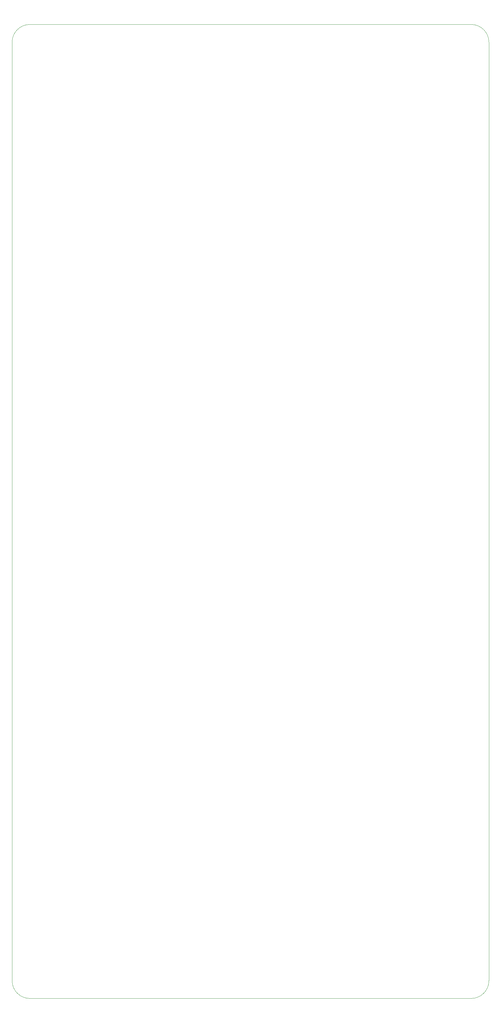
<source format=gbr>
%TF.GenerationSoftware,KiCad,Pcbnew,(6.0.4)*%
%TF.CreationDate,2022-11-12T02:37:31+02:00*%
%TF.ProjectId,pcb_heater,7063625f-6865-4617-9465-722e6b696361,rev?*%
%TF.SameCoordinates,Original*%
%TF.FileFunction,Profile,NP*%
%FSLAX46Y46*%
G04 Gerber Fmt 4.6, Leading zero omitted, Abs format (unit mm)*
G04 Created by KiCad (PCBNEW (6.0.4)) date 2022-11-12 02:37:31*
%MOMM*%
%LPD*%
G01*
G04 APERTURE LIST*
%TA.AperFunction,Profile*%
%ADD10C,0.100000*%
%TD*%
G04 APERTURE END LIST*
D10*
X101750000Y-326000000D02*
G75*
G03*
X106750000Y-331000000I5000000J0D01*
G01*
X106750000Y-57000000D02*
G75*
G03*
X101750000Y-62000000I0J-5000000D01*
G01*
X230750000Y-331000000D02*
X106750000Y-331000000D01*
X235750000Y-62000000D02*
X235750000Y-326000000D01*
X106750000Y-57000000D02*
X230750000Y-57000000D01*
X101750000Y-326000000D02*
X101750000Y-62000000D01*
X230750000Y-331000000D02*
G75*
G03*
X235750000Y-326000000I0J5000000D01*
G01*
X235750000Y-62000000D02*
G75*
G03*
X230750000Y-57000000I-5000000J0D01*
G01*
M02*

</source>
